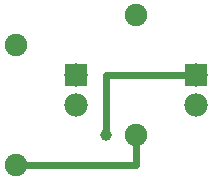
<source format=gtl>
G04 MADE WITH FRITZING*
G04 WWW.FRITZING.ORG*
G04 DOUBLE SIDED*
G04 HOLES PLATED*
G04 CONTOUR ON CENTER OF CONTOUR VECTOR*
%ASAXBY*%
%FSLAX23Y23*%
%MOIN*%
%OFA0B0*%
%SFA1.0B1.0*%
%ADD10C,0.078000*%
%ADD11C,0.075000*%
%ADD12C,0.039370*%
%ADD13R,0.078000X0.078000*%
%ADD14C,0.024000*%
%LNCOPPER1*%
G90*
G70*
G54D10*
X491Y462D03*
X491Y362D03*
G54D11*
X691Y262D03*
X691Y662D03*
X291Y162D03*
X291Y562D03*
G54D10*
X891Y462D03*
X891Y362D03*
G54D12*
X591Y262D03*
G54D13*
X491Y462D03*
X891Y462D03*
G54D14*
X591Y462D02*
X591Y281D01*
D02*
X861Y462D02*
X591Y462D01*
D02*
X691Y162D02*
X691Y233D01*
D02*
X320Y162D02*
X691Y162D01*
G04 End of Copper1*
M02*
</source>
